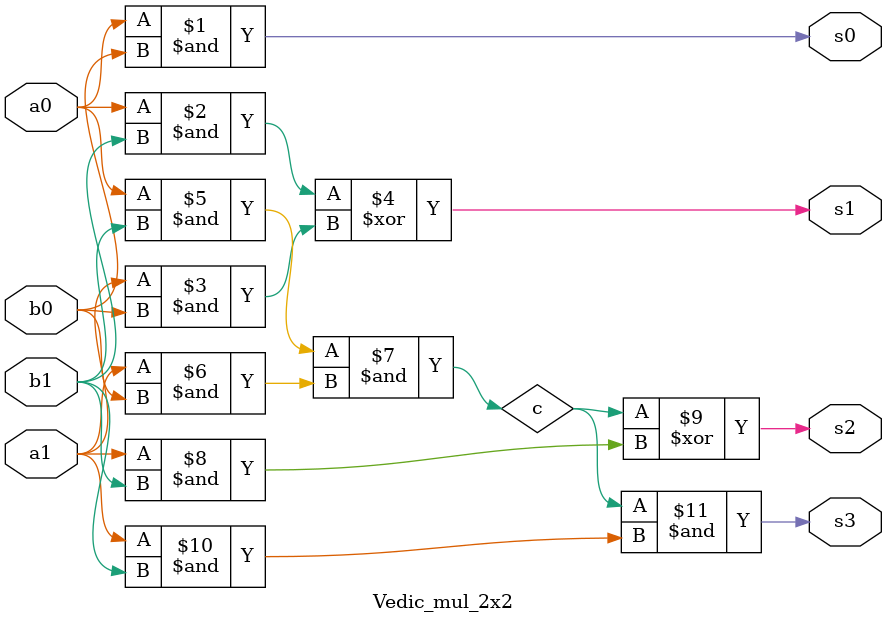
<source format=sv>
module Vedic_mul_2x2(
	input logic a0, a1, b0, b1,
	output logic s0, s1, s2, s3
	);
	
	logic c;
	assign s0 = a0 & b0;
	assign s1 = (a0 & b1) ^ (a1 & b0);
	assign c = (a0 & b1) & (a1 & b0);
	assign s2 = c ^ (a1 & b1);
	assign s3 = c & (a1 & b1);
	
endmodule
</source>
